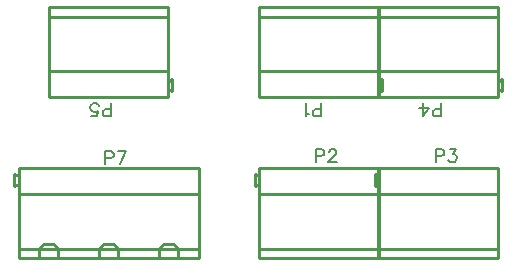
<source format=gto>
G04 Layer: TopSilkscreenLayer*
G04 EasyEDA v6.5.43, 2024-07-05 18:18:57*
G04 3cc891f10281484faf5b1308816f21d3,cc13f507e4144743b0c78f9bb9a039b6,10*
G04 Gerber Generator version 0.2*
G04 Scale: 100 percent, Rotated: No, Reflected: No *
G04 Dimensions in millimeters *
G04 leading zeros omitted , absolute positions ,4 integer and 5 decimal *
%FSLAX45Y45*%
%MOMM*%

%ADD10C,0.1524*%
%ADD11C,0.2540*%

%LPD*%
D10*
X3579875Y5474207D02*
G01*
X3579875Y5583173D01*
X3579875Y5474207D02*
G01*
X3533140Y5474207D01*
X3517645Y5479287D01*
X3512311Y5484621D01*
X3507231Y5495036D01*
X3507231Y5510529D01*
X3512311Y5520944D01*
X3517645Y5526023D01*
X3533140Y5531357D01*
X3579875Y5531357D01*
X3472941Y5495036D02*
G01*
X3462527Y5489702D01*
X3446779Y5474207D01*
X3446779Y5583173D01*
X3532124Y5193792D02*
G01*
X3532124Y5084826D01*
X3532124Y5193792D02*
G01*
X3578859Y5193792D01*
X3594354Y5188712D01*
X3599688Y5183378D01*
X3604768Y5172963D01*
X3604768Y5157470D01*
X3599688Y5147055D01*
X3594354Y5141976D01*
X3578859Y5136642D01*
X3532124Y5136642D01*
X3644391Y5167884D02*
G01*
X3644391Y5172963D01*
X3649472Y5183378D01*
X3654806Y5188712D01*
X3665220Y5193792D01*
X3685793Y5193792D01*
X3696208Y5188712D01*
X3701541Y5183378D01*
X3706622Y5172963D01*
X3706622Y5162550D01*
X3701541Y5152136D01*
X3691127Y5136642D01*
X3639058Y5084826D01*
X3711956Y5084826D01*
X4548124Y5193792D02*
G01*
X4548124Y5084826D01*
X4548124Y5193792D02*
G01*
X4594859Y5193792D01*
X4610354Y5188712D01*
X4615688Y5183378D01*
X4620768Y5172963D01*
X4620768Y5157470D01*
X4615688Y5147055D01*
X4610354Y5141976D01*
X4594859Y5136642D01*
X4548124Y5136642D01*
X4665472Y5193792D02*
G01*
X4722622Y5193792D01*
X4691634Y5152136D01*
X4707127Y5152136D01*
X4717541Y5147055D01*
X4722622Y5141976D01*
X4727956Y5126228D01*
X4727956Y5115813D01*
X4722622Y5100320D01*
X4712208Y5089905D01*
X4696713Y5084826D01*
X4681220Y5084826D01*
X4665472Y5089905D01*
X4660391Y5094986D01*
X4655058Y5105400D01*
X4595875Y5474207D02*
G01*
X4595875Y5583173D01*
X4595875Y5474207D02*
G01*
X4549140Y5474207D01*
X4533645Y5479287D01*
X4528311Y5484621D01*
X4523231Y5495036D01*
X4523231Y5510529D01*
X4528311Y5520944D01*
X4533645Y5526023D01*
X4549140Y5531357D01*
X4595875Y5531357D01*
X4436872Y5474207D02*
G01*
X4488941Y5546852D01*
X4410963Y5546852D01*
X4436872Y5474207D02*
G01*
X4436872Y5583173D01*
X1801876Y5474207D02*
G01*
X1801876Y5583173D01*
X1801876Y5474207D02*
G01*
X1755139Y5474207D01*
X1739645Y5479287D01*
X1734312Y5484621D01*
X1729231Y5495036D01*
X1729231Y5510529D01*
X1734312Y5520944D01*
X1739645Y5526023D01*
X1755139Y5531357D01*
X1801876Y5531357D01*
X1632457Y5474207D02*
G01*
X1684528Y5474207D01*
X1689607Y5520944D01*
X1684528Y5515863D01*
X1668779Y5510529D01*
X1653286Y5510529D01*
X1637792Y5515863D01*
X1627378Y5526023D01*
X1622044Y5541771D01*
X1622044Y5552186D01*
X1627378Y5567679D01*
X1637792Y5578094D01*
X1653286Y5583173D01*
X1668779Y5583173D01*
X1684528Y5578094D01*
X1689607Y5573013D01*
X1694942Y5562600D01*
X1749188Y5176111D02*
G01*
X1749188Y5067145D01*
X1749188Y5176111D02*
G01*
X1795924Y5176111D01*
X1811418Y5171031D01*
X1816752Y5165697D01*
X1821832Y5155283D01*
X1821832Y5139789D01*
X1816752Y5129375D01*
X1811418Y5124295D01*
X1795924Y5118961D01*
X1749188Y5118961D01*
X1929020Y5176111D02*
G01*
X1876950Y5067145D01*
X1856122Y5176111D02*
G01*
X1929020Y5176111D01*
D11*
X4055999Y6317792D02*
G01*
X3056000Y6317792D01*
X4056532Y5703366D02*
G01*
X4096004Y5686000D01*
X4096004Y5786000D01*
X4056532Y5766307D01*
X4055999Y5636000D02*
G01*
X3056000Y5636000D01*
X4055999Y5636000D02*
G01*
X4055999Y6395999D01*
X3056000Y5636000D02*
G01*
X3056000Y6395999D01*
X4055999Y6395999D02*
G01*
X3056000Y6395999D01*
X4055999Y5855919D02*
G01*
X3056000Y5855919D01*
X3056000Y4350207D02*
G01*
X4055999Y4350207D01*
X3055467Y4964633D02*
G01*
X3015995Y4981999D01*
X3015995Y4881999D01*
X3055467Y4901692D01*
X3056000Y5031999D02*
G01*
X4055999Y5031999D01*
X3056000Y5031999D02*
G01*
X3056000Y4272000D01*
X4055999Y5031999D02*
G01*
X4055999Y4272000D01*
X3056000Y4272000D02*
G01*
X4055999Y4272000D01*
X3056000Y4812080D02*
G01*
X4055999Y4812080D01*
X4072000Y4350207D02*
G01*
X5071999Y4350207D01*
X4071467Y4964633D02*
G01*
X4031995Y4981999D01*
X4031995Y4881999D01*
X4071467Y4901692D01*
X4072000Y5031999D02*
G01*
X5071999Y5031999D01*
X4072000Y5031999D02*
G01*
X4072000Y4272000D01*
X5071999Y5031999D02*
G01*
X5071999Y4272000D01*
X4072000Y4272000D02*
G01*
X5071999Y4272000D01*
X4072000Y4812080D02*
G01*
X5071999Y4812080D01*
X5071999Y6317792D02*
G01*
X4072000Y6317792D01*
X5072532Y5703366D02*
G01*
X5112004Y5686000D01*
X5112004Y5786000D01*
X5072532Y5766307D01*
X5071999Y5636000D02*
G01*
X4072000Y5636000D01*
X5071999Y5636000D02*
G01*
X5071999Y6395999D01*
X4072000Y5636000D02*
G01*
X4072000Y6395999D01*
X5071999Y6395999D02*
G01*
X4072000Y6395999D01*
X5071999Y5855919D02*
G01*
X4072000Y5855919D01*
X2277999Y6317792D02*
G01*
X1278001Y6317792D01*
X2278532Y5703366D02*
G01*
X2318004Y5686000D01*
X2318004Y5786000D01*
X2278532Y5766307D01*
X2277999Y5636000D02*
G01*
X1278001Y5636000D01*
X2277999Y5636000D02*
G01*
X2277999Y6395999D01*
X1278001Y5636000D02*
G01*
X1278001Y6395999D01*
X2277999Y6395999D02*
G01*
X1278001Y6395999D01*
X2277999Y5855919D02*
G01*
X1278001Y5855919D01*
X1347012Y4273001D02*
G01*
X1347012Y4358845D01*
X1310944Y4394918D01*
X1227886Y4394918D01*
X1191569Y4273001D02*
G01*
X1191569Y4358850D01*
X1227637Y4394918D01*
X1310695Y4394918D01*
X1855010Y4272996D02*
G01*
X1855010Y4358840D01*
X1818944Y4394913D01*
X1735886Y4394913D01*
X1699572Y4272996D02*
G01*
X1699572Y4358845D01*
X1735635Y4394913D01*
X1818693Y4394913D01*
X2207557Y4273001D02*
G01*
X2207557Y4358850D01*
X2243625Y4394918D01*
X2326683Y4394918D01*
X2363000Y4273001D02*
G01*
X2363000Y4358845D01*
X2326932Y4394918D01*
X2243874Y4394918D01*
X1015997Y4350202D02*
G01*
X2540000Y4350202D01*
X1016000Y4964628D02*
G01*
X976002Y4981991D01*
X976002Y4881996D01*
X1016000Y4901684D01*
X1015997Y5031994D02*
G01*
X2540000Y5031994D01*
X1016000Y5031994D02*
G01*
X1016000Y4271995D01*
X2540000Y5031994D02*
G01*
X2540000Y4271995D01*
X1015997Y4271995D02*
G01*
X2540000Y4271995D01*
X1015997Y4812075D02*
G01*
X2540000Y4812075D01*
M02*

</source>
